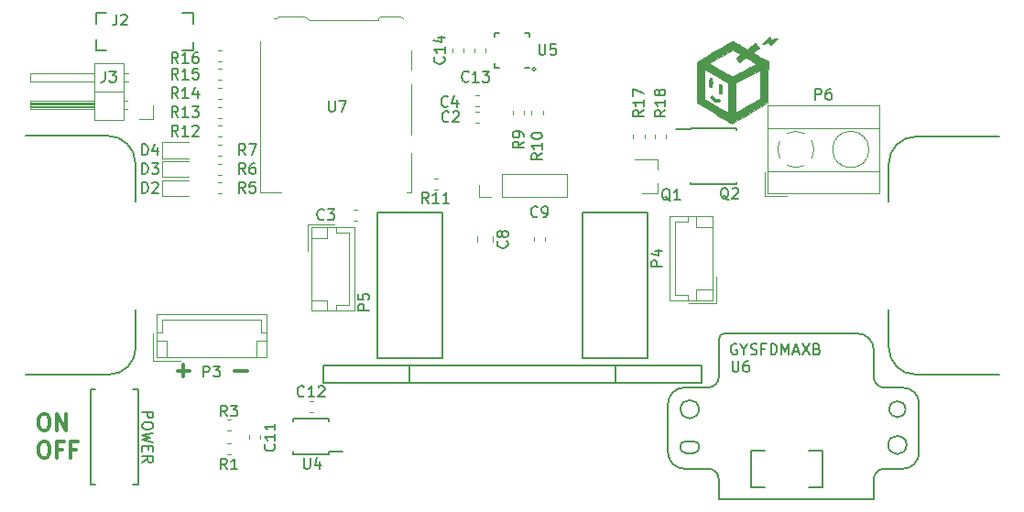
<source format=gto>
G04 #@! TF.GenerationSoftware,KiCad,Pcbnew,(5.0.0)*
G04 #@! TF.CreationDate,2019-01-28T15:32:59+09:00*
G04 #@! TF.ProjectId,EDAMAMEv3,4544414D414D4576332E6B696361645F,rev?*
G04 #@! TF.SameCoordinates,Original*
G04 #@! TF.FileFunction,Legend,Top*
G04 #@! TF.FilePolarity,Positive*
%FSLAX46Y46*%
G04 Gerber Fmt 4.6, Leading zero omitted, Abs format (unit mm)*
G04 Created by KiCad (PCBNEW (5.0.0)) date 01/28/19 15:32:59*
%MOMM*%
%LPD*%
G01*
G04 APERTURE LIST*
%ADD10C,0.200000*%
%ADD11C,0.300000*%
%ADD12C,0.150000*%
%ADD13C,0.120000*%
%ADD14C,0.010000*%
G04 APERTURE END LIST*
D10*
X66650000Y-23250000D02*
G75*
G03X66650000Y-23250000I-150000J0D01*
G01*
D11*
X21087857Y-55153571D02*
X21373571Y-55153571D01*
X21516428Y-55225000D01*
X21659285Y-55367857D01*
X21730714Y-55653571D01*
X21730714Y-56153571D01*
X21659285Y-56439285D01*
X21516428Y-56582142D01*
X21373571Y-56653571D01*
X21087857Y-56653571D01*
X20945000Y-56582142D01*
X20802142Y-56439285D01*
X20730714Y-56153571D01*
X20730714Y-55653571D01*
X20802142Y-55367857D01*
X20945000Y-55225000D01*
X21087857Y-55153571D01*
X22373571Y-56653571D02*
X22373571Y-55153571D01*
X23230714Y-56653571D01*
X23230714Y-55153571D01*
X21087857Y-57703571D02*
X21373571Y-57703571D01*
X21516428Y-57775000D01*
X21659285Y-57917857D01*
X21730714Y-58203571D01*
X21730714Y-58703571D01*
X21659285Y-58989285D01*
X21516428Y-59132142D01*
X21373571Y-59203571D01*
X21087857Y-59203571D01*
X20945000Y-59132142D01*
X20802142Y-58989285D01*
X20730714Y-58703571D01*
X20730714Y-58203571D01*
X20802142Y-57917857D01*
X20945000Y-57775000D01*
X21087857Y-57703571D01*
X22873571Y-58417857D02*
X22373571Y-58417857D01*
X22373571Y-59203571D02*
X22373571Y-57703571D01*
X23087857Y-57703571D01*
X24159285Y-58417857D02*
X23659285Y-58417857D01*
X23659285Y-59203571D02*
X23659285Y-57703571D01*
X24373571Y-57703571D01*
D10*
X71000000Y-50000000D02*
X71000000Y-36500000D01*
D11*
X39964285Y-51142857D02*
X38821428Y-51142857D01*
X34678571Y-51142857D02*
X33535714Y-51142857D01*
X34107142Y-50571428D02*
X34107142Y-51714285D01*
D10*
X29700000Y-49000000D02*
X29700000Y-45500000D01*
X29700000Y-49000000D02*
G75*
G02X27200000Y-51500000I-2500000J0D01*
G01*
X19500000Y-51500000D02*
X27200000Y-51500000D01*
X29660000Y-31970000D02*
X29660000Y-35500000D01*
X29660000Y-31970000D02*
G75*
G03X27120000Y-29430000I-2540000J0D01*
G01*
X19500000Y-29430000D02*
X27120000Y-29430000D01*
X77000000Y-50000000D02*
X71000000Y-50000000D01*
X77000000Y-36500000D02*
X77000000Y-50000000D01*
X71000000Y-36500000D02*
X77000000Y-36500000D01*
X58000000Y-50000000D02*
X52000000Y-50000000D01*
X58000000Y-36500000D02*
X58000000Y-50000000D01*
X52000000Y-36500000D02*
X58000000Y-36500000D01*
X52000000Y-50000000D02*
X52000000Y-36500000D01*
X109500000Y-29500000D02*
X101800000Y-29500000D01*
X99300000Y-32000000D02*
G75*
G02X101800000Y-29500000I2500000J0D01*
G01*
X99300000Y-32000000D02*
X99300000Y-35500000D01*
X109500000Y-51500000D02*
X101800000Y-51500000D01*
X99300000Y-49000000D02*
G75*
G03X101800000Y-51500000I2500000J0D01*
G01*
X99300000Y-49000000D02*
X99300000Y-45500000D01*
D12*
G04 #@! TO.C,Q2*
X81025000Y-28775000D02*
X79625000Y-28775000D01*
X81025000Y-33875000D02*
X85175000Y-33875000D01*
X81025000Y-28725000D02*
X85175000Y-28725000D01*
X81025000Y-33875000D02*
X81025000Y-33730000D01*
X85175000Y-33875000D02*
X85175000Y-33730000D01*
X85175000Y-28725000D02*
X85175000Y-28870000D01*
X81025000Y-28725000D02*
X81025000Y-28775000D01*
G04 #@! TO.C,J4*
X74000000Y-52290000D02*
X74000000Y-50690000D01*
X55000000Y-52290000D02*
X55000000Y-50690000D01*
X47000000Y-52290000D02*
X82000000Y-52290000D01*
X82000000Y-52290000D02*
X82000000Y-50690000D01*
X82000000Y-50690000D02*
X47000000Y-50690000D01*
X47000000Y-50690000D02*
X47000000Y-52290000D01*
D13*
G04 #@! TO.C,J5*
X69560000Y-35060000D02*
X69560000Y-32940000D01*
X63500000Y-35060000D02*
X69560000Y-35060000D01*
X63500000Y-32940000D02*
X69560000Y-32940000D01*
X63500000Y-35060000D02*
X63500000Y-32940000D01*
X62500000Y-35060000D02*
X61440000Y-35060000D01*
X61440000Y-35060000D02*
X61440000Y-34000000D01*
D14*
G04 #@! TO.C,G\002A\002A\002A*
G36*
X84915272Y-20714056D02*
X85017485Y-20766342D01*
X85164207Y-20846300D01*
X85344126Y-20947761D01*
X85545927Y-21064557D01*
X85549759Y-21066803D01*
X85751938Y-21182861D01*
X85932893Y-21282160D01*
X86081262Y-21358833D01*
X86185682Y-21407012D01*
X86234789Y-21420831D01*
X86235164Y-21420703D01*
X86284659Y-21391029D01*
X86382285Y-21324532D01*
X86513631Y-21231256D01*
X86655042Y-21128077D01*
X87025663Y-20854351D01*
X87188663Y-21070243D01*
X87267680Y-21178740D01*
X87321364Y-21259938D01*
X87338696Y-21297109D01*
X87338370Y-21297549D01*
X87302815Y-21323730D01*
X87218231Y-21384679D01*
X87099270Y-21469859D01*
X87022620Y-21524559D01*
X86874645Y-21634814D01*
X86788938Y-21711245D01*
X86760134Y-21759186D01*
X86768620Y-21777035D01*
X86816226Y-21807484D01*
X86920159Y-21870479D01*
X87069164Y-21959312D01*
X87251986Y-22067277D01*
X87457371Y-22187668D01*
X87477823Y-22199610D01*
X88138568Y-22585304D01*
X88112992Y-24150345D01*
X88107280Y-24508054D01*
X88102004Y-24854313D01*
X88097309Y-25178325D01*
X88093343Y-25469291D01*
X88090250Y-25716413D01*
X88088178Y-25908894D01*
X88087274Y-26035936D01*
X88087246Y-26050744D01*
X88087077Y-26386102D01*
X86452394Y-27330513D01*
X86125753Y-27518736D01*
X85819406Y-27694321D01*
X85540050Y-27853498D01*
X85294379Y-27992496D01*
X85089088Y-28107544D01*
X84930871Y-28194874D01*
X84826424Y-28250713D01*
X84782441Y-28271293D01*
X84781856Y-28271322D01*
X84741975Y-28251270D01*
X84641626Y-28195204D01*
X84487535Y-28107029D01*
X84286424Y-27990652D01*
X84045016Y-27849977D01*
X83770035Y-27688910D01*
X83468204Y-27511357D01*
X83150449Y-27323707D01*
X81554897Y-26379693D01*
X81559877Y-24601693D01*
X81561528Y-24231402D01*
X81562853Y-24061922D01*
X82231611Y-24061922D01*
X82233029Y-24381792D01*
X82234803Y-24641582D01*
X82245077Y-26018836D01*
X83358770Y-26671434D01*
X84472462Y-27324031D01*
X84482740Y-25954997D01*
X84484997Y-25571751D01*
X84485325Y-25260195D01*
X84483547Y-25013884D01*
X84479484Y-24826374D01*
X84472959Y-24691221D01*
X84463793Y-24601979D01*
X84451809Y-24552205D01*
X84443663Y-24539036D01*
X84429721Y-24529685D01*
X85156308Y-24529685D01*
X85156308Y-25916149D01*
X85157101Y-26235727D01*
X85159357Y-26528444D01*
X85162891Y-26785648D01*
X85167518Y-26998692D01*
X85173053Y-27158923D01*
X85179311Y-27257693D01*
X85185616Y-27286810D01*
X85225420Y-27264120D01*
X85324676Y-27207120D01*
X85475141Y-27120556D01*
X85668573Y-27009172D01*
X85896729Y-26877716D01*
X86151366Y-26730932D01*
X86312669Y-26637918D01*
X87410414Y-26004828D01*
X87437538Y-24692463D01*
X87443657Y-24380492D01*
X87448639Y-24094375D01*
X87452374Y-23843241D01*
X87454750Y-23636215D01*
X87455660Y-23482426D01*
X87454993Y-23391001D01*
X87453454Y-23368889D01*
X87417318Y-23383350D01*
X87319941Y-23429559D01*
X87169530Y-23503429D01*
X86974298Y-23600870D01*
X86742453Y-23717795D01*
X86482206Y-23850113D01*
X86299277Y-23943683D01*
X85156308Y-24529685D01*
X84429721Y-24529685D01*
X84399703Y-24509552D01*
X84298025Y-24447291D01*
X84148819Y-24358156D01*
X83962277Y-24248052D01*
X83748591Y-24122884D01*
X83517951Y-23988554D01*
X83280550Y-23850967D01*
X83046579Y-23716027D01*
X82826228Y-23589639D01*
X82629690Y-23477705D01*
X82467156Y-23386131D01*
X82348817Y-23320820D01*
X82284865Y-23287677D01*
X82280132Y-23285665D01*
X82265292Y-23289068D01*
X82253480Y-23316577D01*
X82244461Y-23375227D01*
X82237999Y-23472052D01*
X82233861Y-23614087D01*
X82231810Y-23808366D01*
X82231611Y-24061922D01*
X81562853Y-24061922D01*
X81564266Y-23881291D01*
X81567940Y-23559920D01*
X81572399Y-23275854D01*
X81577491Y-23037653D01*
X81583065Y-22853881D01*
X81588971Y-22733100D01*
X81589888Y-22724335D01*
X82694758Y-22724335D01*
X82727274Y-22749632D01*
X82817939Y-22807370D01*
X82956731Y-22891774D01*
X83133625Y-22997069D01*
X83338597Y-23117481D01*
X83561623Y-23247236D01*
X83792680Y-23380558D01*
X84021744Y-23511674D01*
X84238791Y-23634809D01*
X84433797Y-23744188D01*
X84596738Y-23834038D01*
X84717591Y-23898582D01*
X84786331Y-23932048D01*
X84797092Y-23935443D01*
X84843167Y-23918722D01*
X84950054Y-23870391D01*
X85109104Y-23794659D01*
X85311666Y-23695731D01*
X85549089Y-23577815D01*
X85812723Y-23445118D01*
X85978230Y-23361000D01*
X86250965Y-23221304D01*
X86499979Y-23092628D01*
X86717079Y-22979295D01*
X86894071Y-22885628D01*
X87022762Y-22815951D01*
X87094956Y-22774586D01*
X87107753Y-22765077D01*
X87075603Y-22739660D01*
X86987527Y-22682940D01*
X86855498Y-22602313D01*
X86691488Y-22505178D01*
X86616564Y-22461594D01*
X86125899Y-22177649D01*
X85924411Y-22323071D01*
X85793728Y-22417799D01*
X85668401Y-22509305D01*
X85600240Y-22559516D01*
X85477556Y-22650538D01*
X85333192Y-22453875D01*
X85259622Y-22345450D01*
X85212421Y-22259793D01*
X85201875Y-22219818D01*
X85238021Y-22178569D01*
X85319399Y-22107963D01*
X85416999Y-22031928D01*
X85619075Y-21881432D01*
X85273729Y-21679575D01*
X85125807Y-21593971D01*
X85002311Y-21524100D01*
X84919230Y-21478916D01*
X84893964Y-21466859D01*
X84853737Y-21483010D01*
X84756253Y-21532971D01*
X84611337Y-21611126D01*
X84428813Y-21711856D01*
X84218506Y-21829544D01*
X83990238Y-21958574D01*
X83753835Y-22093327D01*
X83519121Y-22228187D01*
X83295919Y-22357537D01*
X83094053Y-22475758D01*
X82923348Y-22577234D01*
X82793628Y-22656348D01*
X82714717Y-22707482D01*
X82694758Y-22724335D01*
X81589888Y-22724335D01*
X81593654Y-22688387D01*
X81602588Y-22655743D01*
X81618720Y-22623525D01*
X81647829Y-22587963D01*
X81695696Y-22545286D01*
X81768098Y-22491725D01*
X81870816Y-22423507D01*
X82009629Y-22336863D01*
X82190316Y-22228022D01*
X82418656Y-22093214D01*
X82700428Y-21928667D01*
X83041412Y-21730612D01*
X83223303Y-21625150D01*
X83546725Y-21438178D01*
X83850139Y-21263736D01*
X84126733Y-21105669D01*
X84369699Y-20967826D01*
X84572227Y-20854052D01*
X84727507Y-20768194D01*
X84828729Y-20714098D01*
X84868882Y-20695610D01*
X84915272Y-20714056D01*
X84915272Y-20714056D01*
G37*
X84915272Y-20714056D02*
X85017485Y-20766342D01*
X85164207Y-20846300D01*
X85344126Y-20947761D01*
X85545927Y-21064557D01*
X85549759Y-21066803D01*
X85751938Y-21182861D01*
X85932893Y-21282160D01*
X86081262Y-21358833D01*
X86185682Y-21407012D01*
X86234789Y-21420831D01*
X86235164Y-21420703D01*
X86284659Y-21391029D01*
X86382285Y-21324532D01*
X86513631Y-21231256D01*
X86655042Y-21128077D01*
X87025663Y-20854351D01*
X87188663Y-21070243D01*
X87267680Y-21178740D01*
X87321364Y-21259938D01*
X87338696Y-21297109D01*
X87338370Y-21297549D01*
X87302815Y-21323730D01*
X87218231Y-21384679D01*
X87099270Y-21469859D01*
X87022620Y-21524559D01*
X86874645Y-21634814D01*
X86788938Y-21711245D01*
X86760134Y-21759186D01*
X86768620Y-21777035D01*
X86816226Y-21807484D01*
X86920159Y-21870479D01*
X87069164Y-21959312D01*
X87251986Y-22067277D01*
X87457371Y-22187668D01*
X87477823Y-22199610D01*
X88138568Y-22585304D01*
X88112992Y-24150345D01*
X88107280Y-24508054D01*
X88102004Y-24854313D01*
X88097309Y-25178325D01*
X88093343Y-25469291D01*
X88090250Y-25716413D01*
X88088178Y-25908894D01*
X88087274Y-26035936D01*
X88087246Y-26050744D01*
X88087077Y-26386102D01*
X86452394Y-27330513D01*
X86125753Y-27518736D01*
X85819406Y-27694321D01*
X85540050Y-27853498D01*
X85294379Y-27992496D01*
X85089088Y-28107544D01*
X84930871Y-28194874D01*
X84826424Y-28250713D01*
X84782441Y-28271293D01*
X84781856Y-28271322D01*
X84741975Y-28251270D01*
X84641626Y-28195204D01*
X84487535Y-28107029D01*
X84286424Y-27990652D01*
X84045016Y-27849977D01*
X83770035Y-27688910D01*
X83468204Y-27511357D01*
X83150449Y-27323707D01*
X81554897Y-26379693D01*
X81559877Y-24601693D01*
X81561528Y-24231402D01*
X81562853Y-24061922D01*
X82231611Y-24061922D01*
X82233029Y-24381792D01*
X82234803Y-24641582D01*
X82245077Y-26018836D01*
X83358770Y-26671434D01*
X84472462Y-27324031D01*
X84482740Y-25954997D01*
X84484997Y-25571751D01*
X84485325Y-25260195D01*
X84483547Y-25013884D01*
X84479484Y-24826374D01*
X84472959Y-24691221D01*
X84463793Y-24601979D01*
X84451809Y-24552205D01*
X84443663Y-24539036D01*
X84429721Y-24529685D01*
X85156308Y-24529685D01*
X85156308Y-25916149D01*
X85157101Y-26235727D01*
X85159357Y-26528444D01*
X85162891Y-26785648D01*
X85167518Y-26998692D01*
X85173053Y-27158923D01*
X85179311Y-27257693D01*
X85185616Y-27286810D01*
X85225420Y-27264120D01*
X85324676Y-27207120D01*
X85475141Y-27120556D01*
X85668573Y-27009172D01*
X85896729Y-26877716D01*
X86151366Y-26730932D01*
X86312669Y-26637918D01*
X87410414Y-26004828D01*
X87437538Y-24692463D01*
X87443657Y-24380492D01*
X87448639Y-24094375D01*
X87452374Y-23843241D01*
X87454750Y-23636215D01*
X87455660Y-23482426D01*
X87454993Y-23391001D01*
X87453454Y-23368889D01*
X87417318Y-23383350D01*
X87319941Y-23429559D01*
X87169530Y-23503429D01*
X86974298Y-23600870D01*
X86742453Y-23717795D01*
X86482206Y-23850113D01*
X86299277Y-23943683D01*
X85156308Y-24529685D01*
X84429721Y-24529685D01*
X84399703Y-24509552D01*
X84298025Y-24447291D01*
X84148819Y-24358156D01*
X83962277Y-24248052D01*
X83748591Y-24122884D01*
X83517951Y-23988554D01*
X83280550Y-23850967D01*
X83046579Y-23716027D01*
X82826228Y-23589639D01*
X82629690Y-23477705D01*
X82467156Y-23386131D01*
X82348817Y-23320820D01*
X82284865Y-23287677D01*
X82280132Y-23285665D01*
X82265292Y-23289068D01*
X82253480Y-23316577D01*
X82244461Y-23375227D01*
X82237999Y-23472052D01*
X82233861Y-23614087D01*
X82231810Y-23808366D01*
X82231611Y-24061922D01*
X81562853Y-24061922D01*
X81564266Y-23881291D01*
X81567940Y-23559920D01*
X81572399Y-23275854D01*
X81577491Y-23037653D01*
X81583065Y-22853881D01*
X81588971Y-22733100D01*
X81589888Y-22724335D01*
X82694758Y-22724335D01*
X82727274Y-22749632D01*
X82817939Y-22807370D01*
X82956731Y-22891774D01*
X83133625Y-22997069D01*
X83338597Y-23117481D01*
X83561623Y-23247236D01*
X83792680Y-23380558D01*
X84021744Y-23511674D01*
X84238791Y-23634809D01*
X84433797Y-23744188D01*
X84596738Y-23834038D01*
X84717591Y-23898582D01*
X84786331Y-23932048D01*
X84797092Y-23935443D01*
X84843167Y-23918722D01*
X84950054Y-23870391D01*
X85109104Y-23794659D01*
X85311666Y-23695731D01*
X85549089Y-23577815D01*
X85812723Y-23445118D01*
X85978230Y-23361000D01*
X86250965Y-23221304D01*
X86499979Y-23092628D01*
X86717079Y-22979295D01*
X86894071Y-22885628D01*
X87022762Y-22815951D01*
X87094956Y-22774586D01*
X87107753Y-22765077D01*
X87075603Y-22739660D01*
X86987527Y-22682940D01*
X86855498Y-22602313D01*
X86691488Y-22505178D01*
X86616564Y-22461594D01*
X86125899Y-22177649D01*
X85924411Y-22323071D01*
X85793728Y-22417799D01*
X85668401Y-22509305D01*
X85600240Y-22559516D01*
X85477556Y-22650538D01*
X85333192Y-22453875D01*
X85259622Y-22345450D01*
X85212421Y-22259793D01*
X85201875Y-22219818D01*
X85238021Y-22178569D01*
X85319399Y-22107963D01*
X85416999Y-22031928D01*
X85619075Y-21881432D01*
X85273729Y-21679575D01*
X85125807Y-21593971D01*
X85002311Y-21524100D01*
X84919230Y-21478916D01*
X84893964Y-21466859D01*
X84853737Y-21483010D01*
X84756253Y-21532971D01*
X84611337Y-21611126D01*
X84428813Y-21711856D01*
X84218506Y-21829544D01*
X83990238Y-21958574D01*
X83753835Y-22093327D01*
X83519121Y-22228187D01*
X83295919Y-22357537D01*
X83094053Y-22475758D01*
X82923348Y-22577234D01*
X82793628Y-22656348D01*
X82714717Y-22707482D01*
X82694758Y-22724335D01*
X81589888Y-22724335D01*
X81593654Y-22688387D01*
X81602588Y-22655743D01*
X81618720Y-22623525D01*
X81647829Y-22587963D01*
X81695696Y-22545286D01*
X81768098Y-22491725D01*
X81870816Y-22423507D01*
X82009629Y-22336863D01*
X82190316Y-22228022D01*
X82418656Y-22093214D01*
X82700428Y-21928667D01*
X83041412Y-21730612D01*
X83223303Y-21625150D01*
X83546725Y-21438178D01*
X83850139Y-21263736D01*
X84126733Y-21105669D01*
X84369699Y-20967826D01*
X84572227Y-20854052D01*
X84727507Y-20768194D01*
X84828729Y-20714098D01*
X84868882Y-20695610D01*
X84915272Y-20714056D01*
G36*
X88325231Y-20334419D02*
X88374888Y-20410503D01*
X88380154Y-20420462D01*
X88427498Y-20499689D01*
X88462469Y-20537224D01*
X88464868Y-20537693D01*
X88511604Y-20527283D01*
X88612291Y-20499854D01*
X88746104Y-20461101D01*
X88760684Y-20456769D01*
X88895203Y-20419519D01*
X88997610Y-20396433D01*
X89047863Y-20391950D01*
X89049399Y-20392835D01*
X89028374Y-20422688D01*
X88962245Y-20492028D01*
X88864309Y-20588408D01*
X88747865Y-20699383D01*
X88626212Y-20812505D01*
X88512648Y-20915328D01*
X88420470Y-20995405D01*
X88362979Y-21040290D01*
X88351862Y-21045693D01*
X88323674Y-21014865D01*
X88276376Y-20938432D01*
X88263416Y-20914913D01*
X88192986Y-20784133D01*
X87898281Y-20875059D01*
X87758554Y-20916052D01*
X87650822Y-20943669D01*
X87593897Y-20953209D01*
X87589783Y-20952193D01*
X87610104Y-20921663D01*
X87675830Y-20852011D01*
X87773613Y-20755657D01*
X87890108Y-20645018D01*
X88011969Y-20532514D01*
X88125850Y-20430564D01*
X88218404Y-20351586D01*
X88276285Y-20308000D01*
X88287202Y-20303231D01*
X88325231Y-20334419D01*
X88325231Y-20334419D01*
G37*
X88325231Y-20334419D02*
X88374888Y-20410503D01*
X88380154Y-20420462D01*
X88427498Y-20499689D01*
X88462469Y-20537224D01*
X88464868Y-20537693D01*
X88511604Y-20527283D01*
X88612291Y-20499854D01*
X88746104Y-20461101D01*
X88760684Y-20456769D01*
X88895203Y-20419519D01*
X88997610Y-20396433D01*
X89047863Y-20391950D01*
X89049399Y-20392835D01*
X89028374Y-20422688D01*
X88962245Y-20492028D01*
X88864309Y-20588408D01*
X88747865Y-20699383D01*
X88626212Y-20812505D01*
X88512648Y-20915328D01*
X88420470Y-20995405D01*
X88362979Y-21040290D01*
X88351862Y-21045693D01*
X88323674Y-21014865D01*
X88276376Y-20938432D01*
X88263416Y-20914913D01*
X88192986Y-20784133D01*
X87898281Y-20875059D01*
X87758554Y-20916052D01*
X87650822Y-20943669D01*
X87593897Y-20953209D01*
X87589783Y-20952193D01*
X87610104Y-20921663D01*
X87675830Y-20852011D01*
X87773613Y-20755657D01*
X87890108Y-20645018D01*
X88011969Y-20532514D01*
X88125850Y-20430564D01*
X88218404Y-20351586D01*
X88276285Y-20308000D01*
X88287202Y-20303231D01*
X88325231Y-20334419D01*
G36*
X83102233Y-25871213D02*
X83202862Y-25968781D01*
X83274283Y-26021247D01*
X83341925Y-26039387D01*
X83431223Y-26033974D01*
X83473198Y-26028386D01*
X83586324Y-26015712D01*
X83644670Y-26023833D01*
X83670581Y-26060910D01*
X83680561Y-26104124D01*
X83687631Y-26176620D01*
X83664072Y-26220437D01*
X83594568Y-26246253D01*
X83463804Y-26264743D01*
X83447624Y-26266508D01*
X83301399Y-26269921D01*
X83190203Y-26237549D01*
X83143847Y-26210944D01*
X83043858Y-26134893D01*
X82931088Y-26033177D01*
X82891449Y-25993189D01*
X82756282Y-25851120D01*
X82837747Y-25769656D01*
X82919211Y-25688191D01*
X83102233Y-25871213D01*
X83102233Y-25871213D01*
G37*
X83102233Y-25871213D02*
X83202862Y-25968781D01*
X83274283Y-26021247D01*
X83341925Y-26039387D01*
X83431223Y-26033974D01*
X83473198Y-26028386D01*
X83586324Y-26015712D01*
X83644670Y-26023833D01*
X83670581Y-26060910D01*
X83680561Y-26104124D01*
X83687631Y-26176620D01*
X83664072Y-26220437D01*
X83594568Y-26246253D01*
X83463804Y-26264743D01*
X83447624Y-26266508D01*
X83301399Y-26269921D01*
X83190203Y-26237549D01*
X83143847Y-26210944D01*
X83043858Y-26134893D01*
X82931088Y-26033177D01*
X82891449Y-25993189D01*
X82756282Y-25851120D01*
X82837747Y-25769656D01*
X82919211Y-25688191D01*
X83102233Y-25871213D01*
G36*
X83804879Y-24677128D02*
X83834643Y-24740455D01*
X83855677Y-24859063D01*
X83867570Y-25010522D01*
X83869908Y-25172404D01*
X83862280Y-25322279D01*
X83844272Y-25437717D01*
X83819877Y-25492647D01*
X83735298Y-25537065D01*
X83653600Y-25503998D01*
X83635574Y-25484859D01*
X83611888Y-25411603D01*
X83600450Y-25267581D01*
X83601482Y-25068921D01*
X83610076Y-24887933D01*
X83624139Y-24770238D01*
X83646485Y-24701020D01*
X83677879Y-24666713D01*
X83754864Y-24648964D01*
X83804879Y-24677128D01*
X83804879Y-24677128D01*
G37*
X83804879Y-24677128D02*
X83834643Y-24740455D01*
X83855677Y-24859063D01*
X83867570Y-25010522D01*
X83869908Y-25172404D01*
X83862280Y-25322279D01*
X83844272Y-25437717D01*
X83819877Y-25492647D01*
X83735298Y-25537065D01*
X83653600Y-25503998D01*
X83635574Y-25484859D01*
X83611888Y-25411603D01*
X83600450Y-25267581D01*
X83601482Y-25068921D01*
X83610076Y-24887933D01*
X83624139Y-24770238D01*
X83646485Y-24701020D01*
X83677879Y-24666713D01*
X83754864Y-24648964D01*
X83804879Y-24677128D01*
G36*
X82904074Y-24066709D02*
X82936044Y-24116169D01*
X82958571Y-24222881D01*
X82971603Y-24366561D01*
X82975091Y-24526929D01*
X82968986Y-24683701D01*
X82953237Y-24816597D01*
X82927795Y-24905333D01*
X82906189Y-24929666D01*
X82816579Y-24950866D01*
X82760570Y-24918309D01*
X82733396Y-24874965D01*
X82714918Y-24799482D01*
X82703741Y-24668819D01*
X82701546Y-24505745D01*
X82702714Y-24459017D01*
X82716599Y-24260380D01*
X82745020Y-24131693D01*
X82791810Y-24065488D01*
X82860802Y-24054296D01*
X82904074Y-24066709D01*
X82904074Y-24066709D01*
G37*
X82904074Y-24066709D02*
X82936044Y-24116169D01*
X82958571Y-24222881D01*
X82971603Y-24366561D01*
X82975091Y-24526929D01*
X82968986Y-24683701D01*
X82953237Y-24816597D01*
X82927795Y-24905333D01*
X82906189Y-24929666D01*
X82816579Y-24950866D01*
X82760570Y-24918309D01*
X82733396Y-24874965D01*
X82714918Y-24799482D01*
X82703741Y-24668819D01*
X82701546Y-24505745D01*
X82702714Y-24459017D01*
X82716599Y-24260380D01*
X82745020Y-24131693D01*
X82791810Y-24065488D01*
X82860802Y-24054296D01*
X82904074Y-24066709D01*
D13*
G04 #@! TO.C,J3*
X28560000Y-27930000D02*
X28560000Y-22730000D01*
X28560000Y-22730000D02*
X25900000Y-22730000D01*
X25900000Y-22730000D02*
X25900000Y-27930000D01*
X25900000Y-27930000D02*
X28560000Y-27930000D01*
X25900000Y-26980000D02*
X19900000Y-26980000D01*
X19900000Y-26980000D02*
X19900000Y-26220000D01*
X19900000Y-26220000D02*
X25900000Y-26220000D01*
X25900000Y-26920000D02*
X19900000Y-26920000D01*
X25900000Y-26800000D02*
X19900000Y-26800000D01*
X25900000Y-26680000D02*
X19900000Y-26680000D01*
X25900000Y-26560000D02*
X19900000Y-26560000D01*
X25900000Y-26440000D02*
X19900000Y-26440000D01*
X25900000Y-26320000D02*
X19900000Y-26320000D01*
X28890000Y-26980000D02*
X28560000Y-26980000D01*
X28890000Y-26220000D02*
X28560000Y-26220000D01*
X28560000Y-25330000D02*
X25900000Y-25330000D01*
X25900000Y-24440000D02*
X19900000Y-24440000D01*
X19900000Y-24440000D02*
X19900000Y-23680000D01*
X19900000Y-23680000D02*
X25900000Y-23680000D01*
X28957071Y-24440000D02*
X28560000Y-24440000D01*
X28957071Y-23680000D02*
X28560000Y-23680000D01*
X31270000Y-26600000D02*
X31270000Y-27870000D01*
X31270000Y-27870000D02*
X30000000Y-27870000D01*
G04 #@! TO.C,P6*
X91496712Y-32175352D02*
G75*
G02X90708000Y-32372000I-788712J1483352D01*
G01*
X92191953Y-29902912D02*
G75*
G02X92192000Y-31481000I-1483953J-789088D01*
G01*
X89918912Y-29208047D02*
G75*
G02X91497000Y-29208000I789088J-1483953D01*
G01*
X89224047Y-31481088D02*
G75*
G02X89224000Y-29903000I1483953J789088D01*
G01*
X90737383Y-32372450D02*
G75*
G02X89919000Y-32176000I-29383J1680450D01*
G01*
X97468000Y-30692000D02*
G75*
G03X97468000Y-30692000I-1680000J0D01*
G01*
X88108000Y-32692000D02*
X98388000Y-32692000D01*
X88108000Y-28692000D02*
X98388000Y-28692000D01*
X88108000Y-26632000D02*
X98388000Y-26632000D01*
X88108000Y-34752000D02*
X98388000Y-34752000D01*
X88108000Y-26632000D02*
X88108000Y-34752000D01*
X98388000Y-26632000D02*
X98388000Y-34752000D01*
X97063000Y-29623000D02*
X96969000Y-29716000D01*
X94778000Y-31908000D02*
X94719000Y-31966000D01*
X96858000Y-29417000D02*
X96799000Y-29476000D01*
X94608000Y-31668000D02*
X94514000Y-31761000D01*
X87868000Y-32752000D02*
X87868000Y-34992000D01*
X87868000Y-34992000D02*
X89868000Y-34992000D01*
G04 #@! TO.C,P4*
X79004000Y-44610000D02*
X83024000Y-44610000D01*
X83024000Y-44610000D02*
X83024000Y-36890000D01*
X83024000Y-36890000D02*
X79004000Y-36890000D01*
X79004000Y-36890000D02*
X79004000Y-44610000D01*
X80714000Y-44610000D02*
X80714000Y-44110000D01*
X80714000Y-44110000D02*
X79504000Y-44110000D01*
X79504000Y-44110000D02*
X79504000Y-37390000D01*
X79504000Y-37390000D02*
X80714000Y-37390000D01*
X80714000Y-37390000D02*
X80714000Y-36890000D01*
X81524000Y-44610000D02*
X81524000Y-43610000D01*
X81524000Y-43610000D02*
X83024000Y-43610000D01*
X81524000Y-36890000D02*
X81524000Y-37890000D01*
X81524000Y-37890000D02*
X83024000Y-37890000D01*
X80824000Y-44910000D02*
X83324000Y-44910000D01*
X83324000Y-44910000D02*
X83324000Y-42410000D01*
G04 #@! TO.C,P5*
X45590000Y-37590000D02*
X45590000Y-40090000D01*
X48090000Y-37590000D02*
X45590000Y-37590000D01*
X47390000Y-44610000D02*
X45890000Y-44610000D01*
X47390000Y-45610000D02*
X47390000Y-44610000D01*
X47390000Y-38890000D02*
X45890000Y-38890000D01*
X47390000Y-37890000D02*
X47390000Y-38890000D01*
X48200000Y-45110000D02*
X48200000Y-45610000D01*
X49410000Y-45110000D02*
X48200000Y-45110000D01*
X49410000Y-38390000D02*
X49410000Y-45110000D01*
X48200000Y-38390000D02*
X49410000Y-38390000D01*
X48200000Y-37890000D02*
X48200000Y-38390000D01*
X49910000Y-45610000D02*
X49910000Y-37890000D01*
X45890000Y-45610000D02*
X49910000Y-45610000D01*
X45890000Y-37890000D02*
X45890000Y-45610000D01*
X49910000Y-37890000D02*
X45890000Y-37890000D01*
G04 #@! TO.C,C2*
X61421267Y-28210000D02*
X61078733Y-28210000D01*
X61421267Y-27190000D02*
X61078733Y-27190000D01*
G04 #@! TO.C,C3*
X49828733Y-37260000D02*
X50171267Y-37260000D01*
X49828733Y-36240000D02*
X50171267Y-36240000D01*
G04 #@! TO.C,C4*
X61421267Y-25690000D02*
X61078733Y-25690000D01*
X61421267Y-26710000D02*
X61078733Y-26710000D01*
G04 #@! TO.C,C8*
X62710000Y-38738748D02*
X62710000Y-39261252D01*
X61290000Y-38738748D02*
X61290000Y-39261252D01*
G04 #@! TO.C,C9*
X66490000Y-38828733D02*
X66490000Y-39171267D01*
X67510000Y-38828733D02*
X67510000Y-39171267D01*
G04 #@! TO.C,C11*
X41210000Y-57128733D02*
X41210000Y-57471267D01*
X40190000Y-57128733D02*
X40190000Y-57471267D01*
G04 #@! TO.C,C12*
X45728733Y-53990000D02*
X46071267Y-53990000D01*
X45728733Y-55010000D02*
X46071267Y-55010000D01*
G04 #@! TO.C,C13*
X62010000Y-21328733D02*
X62010000Y-21671267D01*
X60990000Y-21328733D02*
X60990000Y-21671267D01*
G04 #@! TO.C,C14*
X58990000Y-21328733D02*
X58990000Y-21671267D01*
X60010000Y-21328733D02*
X60010000Y-21671267D01*
G04 #@! TO.C,D2*
X34550000Y-33515000D02*
X32090000Y-33515000D01*
X32090000Y-33515000D02*
X32090000Y-34985000D01*
X32090000Y-34985000D02*
X34550000Y-34985000D01*
G04 #@! TO.C,D3*
X32090000Y-33235000D02*
X34550000Y-33235000D01*
X32090000Y-31765000D02*
X32090000Y-33235000D01*
X34550000Y-31765000D02*
X32090000Y-31765000D01*
G04 #@! TO.C,D4*
X34550000Y-30015000D02*
X32090000Y-30015000D01*
X32090000Y-30015000D02*
X32090000Y-31485000D01*
X32090000Y-31485000D02*
X34550000Y-31485000D01*
D12*
G04 #@! TO.C,J2*
X35000000Y-21550000D02*
X35000000Y-20750000D01*
X35000000Y-21550000D02*
X34000000Y-21550000D01*
X26000000Y-21550000D02*
X27000000Y-21550000D01*
X26000000Y-21550000D02*
X26000000Y-20550000D01*
X35000000Y-18050000D02*
X35000000Y-19050000D01*
X26000000Y-18050000D02*
X26000000Y-19050000D01*
X35000000Y-18050000D02*
X34000000Y-18050000D01*
X26000000Y-18050000D02*
X27000000Y-18050000D01*
D13*
G04 #@! TO.C,Q1*
X77960000Y-34780000D02*
X77960000Y-33850000D01*
X77960000Y-31620000D02*
X77960000Y-32550000D01*
X77960000Y-31620000D02*
X75800000Y-31620000D01*
X77960000Y-34780000D02*
X76500000Y-34780000D01*
G04 #@! TO.C,R1*
X38471267Y-57890000D02*
X38128733Y-57890000D01*
X38471267Y-58910000D02*
X38128733Y-58910000D01*
G04 #@! TO.C,R3*
X38471267Y-55690000D02*
X38128733Y-55690000D01*
X38471267Y-56710000D02*
X38128733Y-56710000D01*
G04 #@! TO.C,R5*
X37328733Y-33740000D02*
X37671267Y-33740000D01*
X37328733Y-34760000D02*
X37671267Y-34760000D01*
G04 #@! TO.C,R6*
X37328733Y-33010000D02*
X37671267Y-33010000D01*
X37328733Y-31990000D02*
X37671267Y-31990000D01*
G04 #@! TO.C,R7*
X37328733Y-30240000D02*
X37671267Y-30240000D01*
X37328733Y-31260000D02*
X37671267Y-31260000D01*
G04 #@! TO.C,R9*
X64590000Y-27078733D02*
X64590000Y-27421267D01*
X65610000Y-27078733D02*
X65610000Y-27421267D01*
G04 #@! TO.C,R10*
X67310000Y-27078733D02*
X67310000Y-27421267D01*
X66290000Y-27078733D02*
X66290000Y-27421267D01*
G04 #@! TO.C,R11*
X57278733Y-34410000D02*
X57621267Y-34410000D01*
X57278733Y-33390000D02*
X57621267Y-33390000D01*
G04 #@! TO.C,R12*
X37671267Y-29510000D02*
X37328733Y-29510000D01*
X37671267Y-28490000D02*
X37328733Y-28490000D01*
G04 #@! TO.C,R13*
X37671267Y-27760000D02*
X37328733Y-27760000D01*
X37671267Y-26740000D02*
X37328733Y-26740000D01*
G04 #@! TO.C,R14*
X37671267Y-24990000D02*
X37328733Y-24990000D01*
X37671267Y-26010000D02*
X37328733Y-26010000D01*
G04 #@! TO.C,R15*
X37671267Y-24260000D02*
X37328733Y-24260000D01*
X37671267Y-23240000D02*
X37328733Y-23240000D01*
G04 #@! TO.C,R16*
X37671267Y-21490000D02*
X37328733Y-21490000D01*
X37671267Y-22510000D02*
X37328733Y-22510000D01*
G04 #@! TO.C,R17*
X76710000Y-29671267D02*
X76710000Y-29328733D01*
X75690000Y-29671267D02*
X75690000Y-29328733D01*
G04 #@! TO.C,R18*
X77690000Y-29671267D02*
X77690000Y-29328733D01*
X78710000Y-29671267D02*
X78710000Y-29328733D01*
D12*
G04 #@! TO.C,U4*
X47575000Y-58875000D02*
X47575000Y-58650000D01*
X44225000Y-58875000D02*
X44225000Y-58575000D01*
X44225000Y-55525000D02*
X44225000Y-55825000D01*
X47575000Y-55525000D02*
X47575000Y-55825000D01*
X47575000Y-58875000D02*
X44225000Y-58875000D01*
X47575000Y-55525000D02*
X44225000Y-55525000D01*
X47575000Y-58650000D02*
X48800000Y-58650000D01*
G04 #@! TO.C,U5*
X66100000Y-19900000D02*
X66100000Y-20300000D01*
X66100000Y-19900000D02*
X65700000Y-19900000D01*
X62900000Y-19900000D02*
X62900000Y-20300000D01*
X62900000Y-19900000D02*
X63300000Y-19900000D01*
X62900000Y-23100000D02*
X62900000Y-22700000D01*
X62900000Y-23100000D02*
X63300000Y-23100000D01*
X66100000Y-23100000D02*
X65700000Y-23100000D01*
G04 #@! TO.C,U6*
X91900000Y-58500000D02*
X93150000Y-58500000D01*
X93150000Y-58500000D02*
X93150000Y-61900000D01*
X93150000Y-61900000D02*
X91900000Y-61900000D01*
X87800000Y-58500000D02*
X86550000Y-58500000D01*
X86550000Y-58500000D02*
X86550000Y-61900000D01*
X86550000Y-61900000D02*
X87800000Y-61900000D01*
X80400000Y-52700000D02*
X82600000Y-52700000D01*
X78900000Y-54200000D02*
X78900000Y-58700000D01*
X82600000Y-60200000D02*
X80400000Y-60200000D01*
X83600000Y-63000000D02*
X83600000Y-61200000D01*
X97900000Y-61200000D02*
X97900000Y-63000000D01*
X100600000Y-60200000D02*
X98900000Y-60200000D01*
X102100000Y-54200000D02*
X102100000Y-58700000D01*
X98900000Y-52700000D02*
X100600000Y-52700000D01*
X97900000Y-49200000D02*
X97900000Y-51700000D01*
X83600000Y-51700000D02*
X83600000Y-48200000D01*
X96400000Y-47700000D02*
X84100000Y-47700000D01*
X83600000Y-48200000D02*
G75*
G02X84100000Y-47700000I500000J0D01*
G01*
X96400000Y-47700000D02*
G75*
G02X97900000Y-49200000I0J-1500000D01*
G01*
X97900000Y-61200000D02*
G75*
G02X98900000Y-60200000I1000000J0D01*
G01*
X98900000Y-52700000D02*
G75*
G02X97900000Y-51700000I0J1000000D01*
G01*
X83600000Y-51700000D02*
G75*
G02X82600000Y-52700000I-1000000J0D01*
G01*
X82600000Y-60200000D02*
G75*
G02X83600000Y-61200000I0J-1000000D01*
G01*
X80400000Y-60200000D02*
G75*
G02X78900000Y-58700000I0J1500000D01*
G01*
X78900000Y-54200000D02*
G75*
G02X80400000Y-52700000I1500000J0D01*
G01*
X102100000Y-58700000D02*
G75*
G02X100600000Y-60200000I-1500000J0D01*
G01*
X100600000Y-52700000D02*
G75*
G02X102100000Y-54200000I0J-1500000D01*
G01*
X97900000Y-63000000D02*
X83600000Y-63000000D01*
X80000000Y-58200000D02*
G75*
G02X80550000Y-57650000I550000J0D01*
G01*
X80550000Y-58750000D02*
G75*
G02X80000000Y-58200000I0J550000D01*
G01*
X81250000Y-57650000D02*
G75*
G02X81800000Y-58200000I0J-550000D01*
G01*
X81800000Y-58200000D02*
G75*
G02X81250000Y-58750000I-550000J0D01*
G01*
X81250000Y-58750000D02*
X80550000Y-58750000D01*
X81250000Y-57650000D02*
X80550000Y-57650000D01*
X81750000Y-54700000D02*
G75*
G03X81750000Y-54700000I-850000J0D01*
G01*
X100950000Y-58000000D02*
G75*
G03X100950000Y-58000000I-850000J0D01*
G01*
X100850000Y-54700000D02*
G75*
G03X100850000Y-54700000I-750000J0D01*
G01*
D13*
G04 #@! TO.C,U7*
X45220000Y-18390000D02*
X45730000Y-18740000D01*
X42710000Y-18590000D02*
X42450000Y-18590000D01*
X42910000Y-18390000D02*
X42710000Y-18590000D01*
X52310000Y-18390000D02*
X52100000Y-18590000D01*
X52100000Y-18740000D02*
X52100000Y-18590000D01*
X52100000Y-18740000D02*
X45730000Y-18740000D01*
X55200000Y-23350000D02*
X55200000Y-21550000D01*
X55200000Y-29350000D02*
X55200000Y-24650000D01*
X54170000Y-18390000D02*
X54370000Y-18590000D01*
X54170000Y-18390000D02*
X52310000Y-18390000D01*
X42910000Y-18390000D02*
X45220000Y-18390000D01*
X55200000Y-34660000D02*
X55200000Y-31050000D01*
X54750000Y-34660000D02*
X55200000Y-34660000D01*
X41230000Y-34660000D02*
X41230000Y-20650000D01*
X43150000Y-34660000D02*
X41230000Y-34660000D01*
G04 #@! TO.C,P3*
X31590000Y-45890000D02*
X31590000Y-49910000D01*
X31590000Y-49910000D02*
X41810000Y-49910000D01*
X41810000Y-49910000D02*
X41810000Y-45890000D01*
X41810000Y-45890000D02*
X31590000Y-45890000D01*
X31590000Y-47600000D02*
X32090000Y-47600000D01*
X32090000Y-47600000D02*
X32090000Y-46390000D01*
X32090000Y-46390000D02*
X41310000Y-46390000D01*
X41310000Y-46390000D02*
X41310000Y-47600000D01*
X41310000Y-47600000D02*
X41810000Y-47600000D01*
X31590000Y-48410000D02*
X32590000Y-48410000D01*
X32590000Y-48410000D02*
X32590000Y-49910000D01*
X41810000Y-48410000D02*
X40810000Y-48410000D01*
X40810000Y-48410000D02*
X40810000Y-49910000D01*
X31290000Y-47710000D02*
X31290000Y-50210000D01*
X31290000Y-50210000D02*
X33790000Y-50210000D01*
D12*
G04 #@! TO.C,SW1*
X29450000Y-52900000D02*
X29900000Y-52900000D01*
X29900000Y-52900000D02*
X29900000Y-61700000D01*
X29900000Y-61700000D02*
X29450000Y-61700000D01*
X25950000Y-61700000D02*
X25500000Y-61700000D01*
X25500000Y-61700000D02*
X25500000Y-52900000D01*
X25500000Y-52900000D02*
X25950000Y-52900000D01*
G04 #@! TO.C,Q2*
X84504761Y-35347619D02*
X84409523Y-35300000D01*
X84314285Y-35204761D01*
X84171428Y-35061904D01*
X84076190Y-35014285D01*
X83980952Y-35014285D01*
X84028571Y-35252380D02*
X83933333Y-35204761D01*
X83838095Y-35109523D01*
X83790476Y-34919047D01*
X83790476Y-34585714D01*
X83838095Y-34395238D01*
X83933333Y-34300000D01*
X84028571Y-34252380D01*
X84219047Y-34252380D01*
X84314285Y-34300000D01*
X84409523Y-34395238D01*
X84457142Y-34585714D01*
X84457142Y-34919047D01*
X84409523Y-35109523D01*
X84314285Y-35204761D01*
X84219047Y-35252380D01*
X84028571Y-35252380D01*
X84838095Y-34347619D02*
X84885714Y-34300000D01*
X84980952Y-34252380D01*
X85219047Y-34252380D01*
X85314285Y-34300000D01*
X85361904Y-34347619D01*
X85409523Y-34442857D01*
X85409523Y-34538095D01*
X85361904Y-34680952D01*
X84790476Y-35252380D01*
X85409523Y-35252380D01*
G04 #@! TO.C,J3*
X26866666Y-23452380D02*
X26866666Y-24166666D01*
X26819047Y-24309523D01*
X26723809Y-24404761D01*
X26580952Y-24452380D01*
X26485714Y-24452380D01*
X27247619Y-23452380D02*
X27866666Y-23452380D01*
X27533333Y-23833333D01*
X27676190Y-23833333D01*
X27771428Y-23880952D01*
X27819047Y-23928571D01*
X27866666Y-24023809D01*
X27866666Y-24261904D01*
X27819047Y-24357142D01*
X27771428Y-24404761D01*
X27676190Y-24452380D01*
X27390476Y-24452380D01*
X27295238Y-24404761D01*
X27247619Y-24357142D01*
G04 #@! TO.C,P6*
X92509904Y-26084380D02*
X92509904Y-25084380D01*
X92890857Y-25084380D01*
X92986095Y-25132000D01*
X93033714Y-25179619D01*
X93081333Y-25274857D01*
X93081333Y-25417714D01*
X93033714Y-25512952D01*
X92986095Y-25560571D01*
X92890857Y-25608190D01*
X92509904Y-25608190D01*
X93938476Y-25084380D02*
X93748000Y-25084380D01*
X93652761Y-25132000D01*
X93605142Y-25179619D01*
X93509904Y-25322476D01*
X93462285Y-25512952D01*
X93462285Y-25893904D01*
X93509904Y-25989142D01*
X93557523Y-26036761D01*
X93652761Y-26084380D01*
X93843238Y-26084380D01*
X93938476Y-26036761D01*
X93986095Y-25989142D01*
X94033714Y-25893904D01*
X94033714Y-25655809D01*
X93986095Y-25560571D01*
X93938476Y-25512952D01*
X93843238Y-25465333D01*
X93652761Y-25465333D01*
X93557523Y-25512952D01*
X93509904Y-25560571D01*
X93462285Y-25655809D01*
G04 #@! TO.C,P4*
X78366380Y-41488095D02*
X77366380Y-41488095D01*
X77366380Y-41107142D01*
X77414000Y-41011904D01*
X77461619Y-40964285D01*
X77556857Y-40916666D01*
X77699714Y-40916666D01*
X77794952Y-40964285D01*
X77842571Y-41011904D01*
X77890190Y-41107142D01*
X77890190Y-41488095D01*
X77699714Y-40059523D02*
X78366380Y-40059523D01*
X77318761Y-40297619D02*
X78033047Y-40535714D01*
X78033047Y-39916666D01*
G04 #@! TO.C,P5*
X51250380Y-45538095D02*
X50250380Y-45538095D01*
X50250380Y-45157142D01*
X50298000Y-45061904D01*
X50345619Y-45014285D01*
X50440857Y-44966666D01*
X50583714Y-44966666D01*
X50678952Y-45014285D01*
X50726571Y-45061904D01*
X50774190Y-45157142D01*
X50774190Y-45538095D01*
X50250380Y-44061904D02*
X50250380Y-44538095D01*
X50726571Y-44585714D01*
X50678952Y-44538095D01*
X50631333Y-44442857D01*
X50631333Y-44204761D01*
X50678952Y-44109523D01*
X50726571Y-44061904D01*
X50821809Y-44014285D01*
X51059904Y-44014285D01*
X51155142Y-44061904D01*
X51202761Y-44109523D01*
X51250380Y-44204761D01*
X51250380Y-44442857D01*
X51202761Y-44538095D01*
X51155142Y-44585714D01*
G04 #@! TO.C,C2*
X58633333Y-28057142D02*
X58585714Y-28104761D01*
X58442857Y-28152380D01*
X58347619Y-28152380D01*
X58204761Y-28104761D01*
X58109523Y-28009523D01*
X58061904Y-27914285D01*
X58014285Y-27723809D01*
X58014285Y-27580952D01*
X58061904Y-27390476D01*
X58109523Y-27295238D01*
X58204761Y-27200000D01*
X58347619Y-27152380D01*
X58442857Y-27152380D01*
X58585714Y-27200000D01*
X58633333Y-27247619D01*
X59014285Y-27247619D02*
X59061904Y-27200000D01*
X59157142Y-27152380D01*
X59395238Y-27152380D01*
X59490476Y-27200000D01*
X59538095Y-27247619D01*
X59585714Y-27342857D01*
X59585714Y-27438095D01*
X59538095Y-27580952D01*
X58966666Y-28152380D01*
X59585714Y-28152380D01*
G04 #@! TO.C,C3*
X47083333Y-37107142D02*
X47035714Y-37154761D01*
X46892857Y-37202380D01*
X46797619Y-37202380D01*
X46654761Y-37154761D01*
X46559523Y-37059523D01*
X46511904Y-36964285D01*
X46464285Y-36773809D01*
X46464285Y-36630952D01*
X46511904Y-36440476D01*
X46559523Y-36345238D01*
X46654761Y-36250000D01*
X46797619Y-36202380D01*
X46892857Y-36202380D01*
X47035714Y-36250000D01*
X47083333Y-36297619D01*
X47416666Y-36202380D02*
X48035714Y-36202380D01*
X47702380Y-36583333D01*
X47845238Y-36583333D01*
X47940476Y-36630952D01*
X47988095Y-36678571D01*
X48035714Y-36773809D01*
X48035714Y-37011904D01*
X47988095Y-37107142D01*
X47940476Y-37154761D01*
X47845238Y-37202380D01*
X47559523Y-37202380D01*
X47464285Y-37154761D01*
X47416666Y-37107142D01*
G04 #@! TO.C,C4*
X58533333Y-26657142D02*
X58485714Y-26704761D01*
X58342857Y-26752380D01*
X58247619Y-26752380D01*
X58104761Y-26704761D01*
X58009523Y-26609523D01*
X57961904Y-26514285D01*
X57914285Y-26323809D01*
X57914285Y-26180952D01*
X57961904Y-25990476D01*
X58009523Y-25895238D01*
X58104761Y-25800000D01*
X58247619Y-25752380D01*
X58342857Y-25752380D01*
X58485714Y-25800000D01*
X58533333Y-25847619D01*
X59390476Y-26085714D02*
X59390476Y-26752380D01*
X59152380Y-25704761D02*
X58914285Y-26419047D01*
X59533333Y-26419047D01*
G04 #@! TO.C,C8*
X64007142Y-39166666D02*
X64054761Y-39214285D01*
X64102380Y-39357142D01*
X64102380Y-39452380D01*
X64054761Y-39595238D01*
X63959523Y-39690476D01*
X63864285Y-39738095D01*
X63673809Y-39785714D01*
X63530952Y-39785714D01*
X63340476Y-39738095D01*
X63245238Y-39690476D01*
X63150000Y-39595238D01*
X63102380Y-39452380D01*
X63102380Y-39357142D01*
X63150000Y-39214285D01*
X63197619Y-39166666D01*
X63530952Y-38595238D02*
X63483333Y-38690476D01*
X63435714Y-38738095D01*
X63340476Y-38785714D01*
X63292857Y-38785714D01*
X63197619Y-38738095D01*
X63150000Y-38690476D01*
X63102380Y-38595238D01*
X63102380Y-38404761D01*
X63150000Y-38309523D01*
X63197619Y-38261904D01*
X63292857Y-38214285D01*
X63340476Y-38214285D01*
X63435714Y-38261904D01*
X63483333Y-38309523D01*
X63530952Y-38404761D01*
X63530952Y-38595238D01*
X63578571Y-38690476D01*
X63626190Y-38738095D01*
X63721428Y-38785714D01*
X63911904Y-38785714D01*
X64007142Y-38738095D01*
X64054761Y-38690476D01*
X64102380Y-38595238D01*
X64102380Y-38404761D01*
X64054761Y-38309523D01*
X64007142Y-38261904D01*
X63911904Y-38214285D01*
X63721428Y-38214285D01*
X63626190Y-38261904D01*
X63578571Y-38309523D01*
X63530952Y-38404761D01*
G04 #@! TO.C,C9*
X66833333Y-36857142D02*
X66785714Y-36904761D01*
X66642857Y-36952380D01*
X66547619Y-36952380D01*
X66404761Y-36904761D01*
X66309523Y-36809523D01*
X66261904Y-36714285D01*
X66214285Y-36523809D01*
X66214285Y-36380952D01*
X66261904Y-36190476D01*
X66309523Y-36095238D01*
X66404761Y-36000000D01*
X66547619Y-35952380D01*
X66642857Y-35952380D01*
X66785714Y-36000000D01*
X66833333Y-36047619D01*
X67309523Y-36952380D02*
X67500000Y-36952380D01*
X67595238Y-36904761D01*
X67642857Y-36857142D01*
X67738095Y-36714285D01*
X67785714Y-36523809D01*
X67785714Y-36142857D01*
X67738095Y-36047619D01*
X67690476Y-36000000D01*
X67595238Y-35952380D01*
X67404761Y-35952380D01*
X67309523Y-36000000D01*
X67261904Y-36047619D01*
X67214285Y-36142857D01*
X67214285Y-36380952D01*
X67261904Y-36476190D01*
X67309523Y-36523809D01*
X67404761Y-36571428D01*
X67595238Y-36571428D01*
X67690476Y-36523809D01*
X67738095Y-36476190D01*
X67785714Y-36380952D01*
G04 #@! TO.C,C11*
X42487142Y-57942857D02*
X42534761Y-57990476D01*
X42582380Y-58133333D01*
X42582380Y-58228571D01*
X42534761Y-58371428D01*
X42439523Y-58466666D01*
X42344285Y-58514285D01*
X42153809Y-58561904D01*
X42010952Y-58561904D01*
X41820476Y-58514285D01*
X41725238Y-58466666D01*
X41630000Y-58371428D01*
X41582380Y-58228571D01*
X41582380Y-58133333D01*
X41630000Y-57990476D01*
X41677619Y-57942857D01*
X42582380Y-56990476D02*
X42582380Y-57561904D01*
X42582380Y-57276190D02*
X41582380Y-57276190D01*
X41725238Y-57371428D01*
X41820476Y-57466666D01*
X41868095Y-57561904D01*
X42582380Y-56038095D02*
X42582380Y-56609523D01*
X42582380Y-56323809D02*
X41582380Y-56323809D01*
X41725238Y-56419047D01*
X41820476Y-56514285D01*
X41868095Y-56609523D01*
G04 #@! TO.C,C12*
X45257142Y-53457142D02*
X45209523Y-53504761D01*
X45066666Y-53552380D01*
X44971428Y-53552380D01*
X44828571Y-53504761D01*
X44733333Y-53409523D01*
X44685714Y-53314285D01*
X44638095Y-53123809D01*
X44638095Y-52980952D01*
X44685714Y-52790476D01*
X44733333Y-52695238D01*
X44828571Y-52600000D01*
X44971428Y-52552380D01*
X45066666Y-52552380D01*
X45209523Y-52600000D01*
X45257142Y-52647619D01*
X46209523Y-53552380D02*
X45638095Y-53552380D01*
X45923809Y-53552380D02*
X45923809Y-52552380D01*
X45828571Y-52695238D01*
X45733333Y-52790476D01*
X45638095Y-52838095D01*
X46590476Y-52647619D02*
X46638095Y-52600000D01*
X46733333Y-52552380D01*
X46971428Y-52552380D01*
X47066666Y-52600000D01*
X47114285Y-52647619D01*
X47161904Y-52742857D01*
X47161904Y-52838095D01*
X47114285Y-52980952D01*
X46542857Y-53552380D01*
X47161904Y-53552380D01*
G04 #@! TO.C,C13*
X60457142Y-24357142D02*
X60409523Y-24404761D01*
X60266666Y-24452380D01*
X60171428Y-24452380D01*
X60028571Y-24404761D01*
X59933333Y-24309523D01*
X59885714Y-24214285D01*
X59838095Y-24023809D01*
X59838095Y-23880952D01*
X59885714Y-23690476D01*
X59933333Y-23595238D01*
X60028571Y-23500000D01*
X60171428Y-23452380D01*
X60266666Y-23452380D01*
X60409523Y-23500000D01*
X60457142Y-23547619D01*
X61409523Y-24452380D02*
X60838095Y-24452380D01*
X61123809Y-24452380D02*
X61123809Y-23452380D01*
X61028571Y-23595238D01*
X60933333Y-23690476D01*
X60838095Y-23738095D01*
X61742857Y-23452380D02*
X62361904Y-23452380D01*
X62028571Y-23833333D01*
X62171428Y-23833333D01*
X62266666Y-23880952D01*
X62314285Y-23928571D01*
X62361904Y-24023809D01*
X62361904Y-24261904D01*
X62314285Y-24357142D01*
X62266666Y-24404761D01*
X62171428Y-24452380D01*
X61885714Y-24452380D01*
X61790476Y-24404761D01*
X61742857Y-24357142D01*
G04 #@! TO.C,C14*
X58157142Y-22142857D02*
X58204761Y-22190476D01*
X58252380Y-22333333D01*
X58252380Y-22428571D01*
X58204761Y-22571428D01*
X58109523Y-22666666D01*
X58014285Y-22714285D01*
X57823809Y-22761904D01*
X57680952Y-22761904D01*
X57490476Y-22714285D01*
X57395238Y-22666666D01*
X57300000Y-22571428D01*
X57252380Y-22428571D01*
X57252380Y-22333333D01*
X57300000Y-22190476D01*
X57347619Y-22142857D01*
X58252380Y-21190476D02*
X58252380Y-21761904D01*
X58252380Y-21476190D02*
X57252380Y-21476190D01*
X57395238Y-21571428D01*
X57490476Y-21666666D01*
X57538095Y-21761904D01*
X57585714Y-20333333D02*
X58252380Y-20333333D01*
X57204761Y-20571428D02*
X57919047Y-20809523D01*
X57919047Y-20190476D01*
G04 #@! TO.C,D2*
X30261904Y-34702380D02*
X30261904Y-33702380D01*
X30500000Y-33702380D01*
X30642857Y-33750000D01*
X30738095Y-33845238D01*
X30785714Y-33940476D01*
X30833333Y-34130952D01*
X30833333Y-34273809D01*
X30785714Y-34464285D01*
X30738095Y-34559523D01*
X30642857Y-34654761D01*
X30500000Y-34702380D01*
X30261904Y-34702380D01*
X31214285Y-33797619D02*
X31261904Y-33750000D01*
X31357142Y-33702380D01*
X31595238Y-33702380D01*
X31690476Y-33750000D01*
X31738095Y-33797619D01*
X31785714Y-33892857D01*
X31785714Y-33988095D01*
X31738095Y-34130952D01*
X31166666Y-34702380D01*
X31785714Y-34702380D01*
G04 #@! TO.C,D3*
X30261904Y-32952380D02*
X30261904Y-31952380D01*
X30500000Y-31952380D01*
X30642857Y-32000000D01*
X30738095Y-32095238D01*
X30785714Y-32190476D01*
X30833333Y-32380952D01*
X30833333Y-32523809D01*
X30785714Y-32714285D01*
X30738095Y-32809523D01*
X30642857Y-32904761D01*
X30500000Y-32952380D01*
X30261904Y-32952380D01*
X31166666Y-31952380D02*
X31785714Y-31952380D01*
X31452380Y-32333333D01*
X31595238Y-32333333D01*
X31690476Y-32380952D01*
X31738095Y-32428571D01*
X31785714Y-32523809D01*
X31785714Y-32761904D01*
X31738095Y-32857142D01*
X31690476Y-32904761D01*
X31595238Y-32952380D01*
X31309523Y-32952380D01*
X31214285Y-32904761D01*
X31166666Y-32857142D01*
G04 #@! TO.C,D4*
X30261904Y-31202380D02*
X30261904Y-30202380D01*
X30500000Y-30202380D01*
X30642857Y-30250000D01*
X30738095Y-30345238D01*
X30785714Y-30440476D01*
X30833333Y-30630952D01*
X30833333Y-30773809D01*
X30785714Y-30964285D01*
X30738095Y-31059523D01*
X30642857Y-31154761D01*
X30500000Y-31202380D01*
X30261904Y-31202380D01*
X31690476Y-30535714D02*
X31690476Y-31202380D01*
X31452380Y-30154761D02*
X31214285Y-30869047D01*
X31833333Y-30869047D01*
G04 #@! TO.C,J2*
X27916666Y-18202380D02*
X27916666Y-18916666D01*
X27869047Y-19059523D01*
X27773809Y-19154761D01*
X27630952Y-19202380D01*
X27535714Y-19202380D01*
X28345238Y-18297619D02*
X28392857Y-18250000D01*
X28488095Y-18202380D01*
X28726190Y-18202380D01*
X28821428Y-18250000D01*
X28869047Y-18297619D01*
X28916666Y-18392857D01*
X28916666Y-18488095D01*
X28869047Y-18630952D01*
X28297619Y-19202380D01*
X28916666Y-19202380D01*
G04 #@! TO.C,Q1*
X79104761Y-35447619D02*
X79009523Y-35400000D01*
X78914285Y-35304761D01*
X78771428Y-35161904D01*
X78676190Y-35114285D01*
X78580952Y-35114285D01*
X78628571Y-35352380D02*
X78533333Y-35304761D01*
X78438095Y-35209523D01*
X78390476Y-35019047D01*
X78390476Y-34685714D01*
X78438095Y-34495238D01*
X78533333Y-34400000D01*
X78628571Y-34352380D01*
X78819047Y-34352380D01*
X78914285Y-34400000D01*
X79009523Y-34495238D01*
X79057142Y-34685714D01*
X79057142Y-35019047D01*
X79009523Y-35209523D01*
X78914285Y-35304761D01*
X78819047Y-35352380D01*
X78628571Y-35352380D01*
X80009523Y-35352380D02*
X79438095Y-35352380D01*
X79723809Y-35352380D02*
X79723809Y-34352380D01*
X79628571Y-34495238D01*
X79533333Y-34590476D01*
X79438095Y-34638095D01*
G04 #@! TO.C,R1*
X38133333Y-60252380D02*
X37800000Y-59776190D01*
X37561904Y-60252380D02*
X37561904Y-59252380D01*
X37942857Y-59252380D01*
X38038095Y-59300000D01*
X38085714Y-59347619D01*
X38133333Y-59442857D01*
X38133333Y-59585714D01*
X38085714Y-59680952D01*
X38038095Y-59728571D01*
X37942857Y-59776190D01*
X37561904Y-59776190D01*
X39085714Y-60252380D02*
X38514285Y-60252380D01*
X38800000Y-60252380D02*
X38800000Y-59252380D01*
X38704761Y-59395238D01*
X38609523Y-59490476D01*
X38514285Y-59538095D01*
G04 #@! TO.C,R3*
X38133333Y-55352380D02*
X37800000Y-54876190D01*
X37561904Y-55352380D02*
X37561904Y-54352380D01*
X37942857Y-54352380D01*
X38038095Y-54400000D01*
X38085714Y-54447619D01*
X38133333Y-54542857D01*
X38133333Y-54685714D01*
X38085714Y-54780952D01*
X38038095Y-54828571D01*
X37942857Y-54876190D01*
X37561904Y-54876190D01*
X38466666Y-54352380D02*
X39085714Y-54352380D01*
X38752380Y-54733333D01*
X38895238Y-54733333D01*
X38990476Y-54780952D01*
X39038095Y-54828571D01*
X39085714Y-54923809D01*
X39085714Y-55161904D01*
X39038095Y-55257142D01*
X38990476Y-55304761D01*
X38895238Y-55352380D01*
X38609523Y-55352380D01*
X38514285Y-55304761D01*
X38466666Y-55257142D01*
G04 #@! TO.C,R5*
X39833333Y-34702380D02*
X39500000Y-34226190D01*
X39261904Y-34702380D02*
X39261904Y-33702380D01*
X39642857Y-33702380D01*
X39738095Y-33750000D01*
X39785714Y-33797619D01*
X39833333Y-33892857D01*
X39833333Y-34035714D01*
X39785714Y-34130952D01*
X39738095Y-34178571D01*
X39642857Y-34226190D01*
X39261904Y-34226190D01*
X40738095Y-33702380D02*
X40261904Y-33702380D01*
X40214285Y-34178571D01*
X40261904Y-34130952D01*
X40357142Y-34083333D01*
X40595238Y-34083333D01*
X40690476Y-34130952D01*
X40738095Y-34178571D01*
X40785714Y-34273809D01*
X40785714Y-34511904D01*
X40738095Y-34607142D01*
X40690476Y-34654761D01*
X40595238Y-34702380D01*
X40357142Y-34702380D01*
X40261904Y-34654761D01*
X40214285Y-34607142D01*
G04 #@! TO.C,R6*
X39833333Y-32952380D02*
X39500000Y-32476190D01*
X39261904Y-32952380D02*
X39261904Y-31952380D01*
X39642857Y-31952380D01*
X39738095Y-32000000D01*
X39785714Y-32047619D01*
X39833333Y-32142857D01*
X39833333Y-32285714D01*
X39785714Y-32380952D01*
X39738095Y-32428571D01*
X39642857Y-32476190D01*
X39261904Y-32476190D01*
X40690476Y-31952380D02*
X40500000Y-31952380D01*
X40404761Y-32000000D01*
X40357142Y-32047619D01*
X40261904Y-32190476D01*
X40214285Y-32380952D01*
X40214285Y-32761904D01*
X40261904Y-32857142D01*
X40309523Y-32904761D01*
X40404761Y-32952380D01*
X40595238Y-32952380D01*
X40690476Y-32904761D01*
X40738095Y-32857142D01*
X40785714Y-32761904D01*
X40785714Y-32523809D01*
X40738095Y-32428571D01*
X40690476Y-32380952D01*
X40595238Y-32333333D01*
X40404761Y-32333333D01*
X40309523Y-32380952D01*
X40261904Y-32428571D01*
X40214285Y-32523809D01*
G04 #@! TO.C,R7*
X39833333Y-31202380D02*
X39500000Y-30726190D01*
X39261904Y-31202380D02*
X39261904Y-30202380D01*
X39642857Y-30202380D01*
X39738095Y-30250000D01*
X39785714Y-30297619D01*
X39833333Y-30392857D01*
X39833333Y-30535714D01*
X39785714Y-30630952D01*
X39738095Y-30678571D01*
X39642857Y-30726190D01*
X39261904Y-30726190D01*
X40166666Y-30202380D02*
X40833333Y-30202380D01*
X40404761Y-31202380D01*
G04 #@! TO.C,R9*
X65552380Y-29966666D02*
X65076190Y-30300000D01*
X65552380Y-30538095D02*
X64552380Y-30538095D01*
X64552380Y-30157142D01*
X64600000Y-30061904D01*
X64647619Y-30014285D01*
X64742857Y-29966666D01*
X64885714Y-29966666D01*
X64980952Y-30014285D01*
X65028571Y-30061904D01*
X65076190Y-30157142D01*
X65076190Y-30538095D01*
X65552380Y-29490476D02*
X65552380Y-29300000D01*
X65504761Y-29204761D01*
X65457142Y-29157142D01*
X65314285Y-29061904D01*
X65123809Y-29014285D01*
X64742857Y-29014285D01*
X64647619Y-29061904D01*
X64600000Y-29109523D01*
X64552380Y-29204761D01*
X64552380Y-29395238D01*
X64600000Y-29490476D01*
X64647619Y-29538095D01*
X64742857Y-29585714D01*
X64980952Y-29585714D01*
X65076190Y-29538095D01*
X65123809Y-29490476D01*
X65171428Y-29395238D01*
X65171428Y-29204761D01*
X65123809Y-29109523D01*
X65076190Y-29061904D01*
X64980952Y-29014285D01*
G04 #@! TO.C,R10*
X67252380Y-31042857D02*
X66776190Y-31376190D01*
X67252380Y-31614285D02*
X66252380Y-31614285D01*
X66252380Y-31233333D01*
X66300000Y-31138095D01*
X66347619Y-31090476D01*
X66442857Y-31042857D01*
X66585714Y-31042857D01*
X66680952Y-31090476D01*
X66728571Y-31138095D01*
X66776190Y-31233333D01*
X66776190Y-31614285D01*
X67252380Y-30090476D02*
X67252380Y-30661904D01*
X67252380Y-30376190D02*
X66252380Y-30376190D01*
X66395238Y-30471428D01*
X66490476Y-30566666D01*
X66538095Y-30661904D01*
X66252380Y-29471428D02*
X66252380Y-29376190D01*
X66300000Y-29280952D01*
X66347619Y-29233333D01*
X66442857Y-29185714D01*
X66633333Y-29138095D01*
X66871428Y-29138095D01*
X67061904Y-29185714D01*
X67157142Y-29233333D01*
X67204761Y-29280952D01*
X67252380Y-29376190D01*
X67252380Y-29471428D01*
X67204761Y-29566666D01*
X67157142Y-29614285D01*
X67061904Y-29661904D01*
X66871428Y-29709523D01*
X66633333Y-29709523D01*
X66442857Y-29661904D01*
X66347619Y-29614285D01*
X66300000Y-29566666D01*
X66252380Y-29471428D01*
G04 #@! TO.C,R11*
X56757142Y-35652380D02*
X56423809Y-35176190D01*
X56185714Y-35652380D02*
X56185714Y-34652380D01*
X56566666Y-34652380D01*
X56661904Y-34700000D01*
X56709523Y-34747619D01*
X56757142Y-34842857D01*
X56757142Y-34985714D01*
X56709523Y-35080952D01*
X56661904Y-35128571D01*
X56566666Y-35176190D01*
X56185714Y-35176190D01*
X57709523Y-35652380D02*
X57138095Y-35652380D01*
X57423809Y-35652380D02*
X57423809Y-34652380D01*
X57328571Y-34795238D01*
X57233333Y-34890476D01*
X57138095Y-34938095D01*
X58661904Y-35652380D02*
X58090476Y-35652380D01*
X58376190Y-35652380D02*
X58376190Y-34652380D01*
X58280952Y-34795238D01*
X58185714Y-34890476D01*
X58090476Y-34938095D01*
G04 #@! TO.C,R12*
X33607142Y-29452380D02*
X33273809Y-28976190D01*
X33035714Y-29452380D02*
X33035714Y-28452380D01*
X33416666Y-28452380D01*
X33511904Y-28500000D01*
X33559523Y-28547619D01*
X33607142Y-28642857D01*
X33607142Y-28785714D01*
X33559523Y-28880952D01*
X33511904Y-28928571D01*
X33416666Y-28976190D01*
X33035714Y-28976190D01*
X34559523Y-29452380D02*
X33988095Y-29452380D01*
X34273809Y-29452380D02*
X34273809Y-28452380D01*
X34178571Y-28595238D01*
X34083333Y-28690476D01*
X33988095Y-28738095D01*
X34940476Y-28547619D02*
X34988095Y-28500000D01*
X35083333Y-28452380D01*
X35321428Y-28452380D01*
X35416666Y-28500000D01*
X35464285Y-28547619D01*
X35511904Y-28642857D01*
X35511904Y-28738095D01*
X35464285Y-28880952D01*
X34892857Y-29452380D01*
X35511904Y-29452380D01*
G04 #@! TO.C,R13*
X33607142Y-27702380D02*
X33273809Y-27226190D01*
X33035714Y-27702380D02*
X33035714Y-26702380D01*
X33416666Y-26702380D01*
X33511904Y-26750000D01*
X33559523Y-26797619D01*
X33607142Y-26892857D01*
X33607142Y-27035714D01*
X33559523Y-27130952D01*
X33511904Y-27178571D01*
X33416666Y-27226190D01*
X33035714Y-27226190D01*
X34559523Y-27702380D02*
X33988095Y-27702380D01*
X34273809Y-27702380D02*
X34273809Y-26702380D01*
X34178571Y-26845238D01*
X34083333Y-26940476D01*
X33988095Y-26988095D01*
X34892857Y-26702380D02*
X35511904Y-26702380D01*
X35178571Y-27083333D01*
X35321428Y-27083333D01*
X35416666Y-27130952D01*
X35464285Y-27178571D01*
X35511904Y-27273809D01*
X35511904Y-27511904D01*
X35464285Y-27607142D01*
X35416666Y-27654761D01*
X35321428Y-27702380D01*
X35035714Y-27702380D01*
X34940476Y-27654761D01*
X34892857Y-27607142D01*
G04 #@! TO.C,R14*
X33607142Y-25952380D02*
X33273809Y-25476190D01*
X33035714Y-25952380D02*
X33035714Y-24952380D01*
X33416666Y-24952380D01*
X33511904Y-25000000D01*
X33559523Y-25047619D01*
X33607142Y-25142857D01*
X33607142Y-25285714D01*
X33559523Y-25380952D01*
X33511904Y-25428571D01*
X33416666Y-25476190D01*
X33035714Y-25476190D01*
X34559523Y-25952380D02*
X33988095Y-25952380D01*
X34273809Y-25952380D02*
X34273809Y-24952380D01*
X34178571Y-25095238D01*
X34083333Y-25190476D01*
X33988095Y-25238095D01*
X35416666Y-25285714D02*
X35416666Y-25952380D01*
X35178571Y-24904761D02*
X34940476Y-25619047D01*
X35559523Y-25619047D01*
G04 #@! TO.C,R15*
X33607142Y-24202380D02*
X33273809Y-23726190D01*
X33035714Y-24202380D02*
X33035714Y-23202380D01*
X33416666Y-23202380D01*
X33511904Y-23250000D01*
X33559523Y-23297619D01*
X33607142Y-23392857D01*
X33607142Y-23535714D01*
X33559523Y-23630952D01*
X33511904Y-23678571D01*
X33416666Y-23726190D01*
X33035714Y-23726190D01*
X34559523Y-24202380D02*
X33988095Y-24202380D01*
X34273809Y-24202380D02*
X34273809Y-23202380D01*
X34178571Y-23345238D01*
X34083333Y-23440476D01*
X33988095Y-23488095D01*
X35464285Y-23202380D02*
X34988095Y-23202380D01*
X34940476Y-23678571D01*
X34988095Y-23630952D01*
X35083333Y-23583333D01*
X35321428Y-23583333D01*
X35416666Y-23630952D01*
X35464285Y-23678571D01*
X35511904Y-23773809D01*
X35511904Y-24011904D01*
X35464285Y-24107142D01*
X35416666Y-24154761D01*
X35321428Y-24202380D01*
X35083333Y-24202380D01*
X34988095Y-24154761D01*
X34940476Y-24107142D01*
G04 #@! TO.C,R16*
X33607142Y-22702380D02*
X33273809Y-22226190D01*
X33035714Y-22702380D02*
X33035714Y-21702380D01*
X33416666Y-21702380D01*
X33511904Y-21750000D01*
X33559523Y-21797619D01*
X33607142Y-21892857D01*
X33607142Y-22035714D01*
X33559523Y-22130952D01*
X33511904Y-22178571D01*
X33416666Y-22226190D01*
X33035714Y-22226190D01*
X34559523Y-22702380D02*
X33988095Y-22702380D01*
X34273809Y-22702380D02*
X34273809Y-21702380D01*
X34178571Y-21845238D01*
X34083333Y-21940476D01*
X33988095Y-21988095D01*
X35416666Y-21702380D02*
X35226190Y-21702380D01*
X35130952Y-21750000D01*
X35083333Y-21797619D01*
X34988095Y-21940476D01*
X34940476Y-22130952D01*
X34940476Y-22511904D01*
X34988095Y-22607142D01*
X35035714Y-22654761D01*
X35130952Y-22702380D01*
X35321428Y-22702380D01*
X35416666Y-22654761D01*
X35464285Y-22607142D01*
X35511904Y-22511904D01*
X35511904Y-22273809D01*
X35464285Y-22178571D01*
X35416666Y-22130952D01*
X35321428Y-22083333D01*
X35130952Y-22083333D01*
X35035714Y-22130952D01*
X34988095Y-22178571D01*
X34940476Y-22273809D01*
G04 #@! TO.C,R17*
X76652380Y-27042857D02*
X76176190Y-27376190D01*
X76652380Y-27614285D02*
X75652380Y-27614285D01*
X75652380Y-27233333D01*
X75700000Y-27138095D01*
X75747619Y-27090476D01*
X75842857Y-27042857D01*
X75985714Y-27042857D01*
X76080952Y-27090476D01*
X76128571Y-27138095D01*
X76176190Y-27233333D01*
X76176190Y-27614285D01*
X76652380Y-26090476D02*
X76652380Y-26661904D01*
X76652380Y-26376190D02*
X75652380Y-26376190D01*
X75795238Y-26471428D01*
X75890476Y-26566666D01*
X75938095Y-26661904D01*
X75652380Y-25757142D02*
X75652380Y-25090476D01*
X76652380Y-25519047D01*
G04 #@! TO.C,R18*
X78652380Y-27042857D02*
X78176190Y-27376190D01*
X78652380Y-27614285D02*
X77652380Y-27614285D01*
X77652380Y-27233333D01*
X77700000Y-27138095D01*
X77747619Y-27090476D01*
X77842857Y-27042857D01*
X77985714Y-27042857D01*
X78080952Y-27090476D01*
X78128571Y-27138095D01*
X78176190Y-27233333D01*
X78176190Y-27614285D01*
X78652380Y-26090476D02*
X78652380Y-26661904D01*
X78652380Y-26376190D02*
X77652380Y-26376190D01*
X77795238Y-26471428D01*
X77890476Y-26566666D01*
X77938095Y-26661904D01*
X78080952Y-25519047D02*
X78033333Y-25614285D01*
X77985714Y-25661904D01*
X77890476Y-25709523D01*
X77842857Y-25709523D01*
X77747619Y-25661904D01*
X77700000Y-25614285D01*
X77652380Y-25519047D01*
X77652380Y-25328571D01*
X77700000Y-25233333D01*
X77747619Y-25185714D01*
X77842857Y-25138095D01*
X77890476Y-25138095D01*
X77985714Y-25185714D01*
X78033333Y-25233333D01*
X78080952Y-25328571D01*
X78080952Y-25519047D01*
X78128571Y-25614285D01*
X78176190Y-25661904D01*
X78271428Y-25709523D01*
X78461904Y-25709523D01*
X78557142Y-25661904D01*
X78604761Y-25614285D01*
X78652380Y-25519047D01*
X78652380Y-25328571D01*
X78604761Y-25233333D01*
X78557142Y-25185714D01*
X78461904Y-25138095D01*
X78271428Y-25138095D01*
X78176190Y-25185714D01*
X78128571Y-25233333D01*
X78080952Y-25328571D01*
G04 #@! TO.C,U4*
X45238095Y-59202380D02*
X45238095Y-60011904D01*
X45285714Y-60107142D01*
X45333333Y-60154761D01*
X45428571Y-60202380D01*
X45619047Y-60202380D01*
X45714285Y-60154761D01*
X45761904Y-60107142D01*
X45809523Y-60011904D01*
X45809523Y-59202380D01*
X46714285Y-59535714D02*
X46714285Y-60202380D01*
X46476190Y-59154761D02*
X46238095Y-59869047D01*
X46857142Y-59869047D01*
G04 #@! TO.C,U5*
X66988095Y-20952380D02*
X66988095Y-21761904D01*
X67035714Y-21857142D01*
X67083333Y-21904761D01*
X67178571Y-21952380D01*
X67369047Y-21952380D01*
X67464285Y-21904761D01*
X67511904Y-21857142D01*
X67559523Y-21761904D01*
X67559523Y-20952380D01*
X68511904Y-20952380D02*
X68035714Y-20952380D01*
X67988095Y-21428571D01*
X68035714Y-21380952D01*
X68130952Y-21333333D01*
X68369047Y-21333333D01*
X68464285Y-21380952D01*
X68511904Y-21428571D01*
X68559523Y-21523809D01*
X68559523Y-21761904D01*
X68511904Y-21857142D01*
X68464285Y-21904761D01*
X68369047Y-21952380D01*
X68130952Y-21952380D01*
X68035714Y-21904761D01*
X67988095Y-21857142D01*
G04 #@! TO.C,U6*
X84838095Y-50252380D02*
X84838095Y-51061904D01*
X84885714Y-51157142D01*
X84933333Y-51204761D01*
X85028571Y-51252380D01*
X85219047Y-51252380D01*
X85314285Y-51204761D01*
X85361904Y-51157142D01*
X85409523Y-51061904D01*
X85409523Y-50252380D01*
X86314285Y-50252380D02*
X86123809Y-50252380D01*
X86028571Y-50300000D01*
X85980952Y-50347619D01*
X85885714Y-50490476D01*
X85838095Y-50680952D01*
X85838095Y-51061904D01*
X85885714Y-51157142D01*
X85933333Y-51204761D01*
X86028571Y-51252380D01*
X86219047Y-51252380D01*
X86314285Y-51204761D01*
X86361904Y-51157142D01*
X86409523Y-51061904D01*
X86409523Y-50823809D01*
X86361904Y-50728571D01*
X86314285Y-50680952D01*
X86219047Y-50633333D01*
X86028571Y-50633333D01*
X85933333Y-50680952D01*
X85885714Y-50728571D01*
X85838095Y-50823809D01*
X85252380Y-48700000D02*
X85157142Y-48652380D01*
X85014285Y-48652380D01*
X84871428Y-48700000D01*
X84776190Y-48795238D01*
X84728571Y-48890476D01*
X84680952Y-49080952D01*
X84680952Y-49223809D01*
X84728571Y-49414285D01*
X84776190Y-49509523D01*
X84871428Y-49604761D01*
X85014285Y-49652380D01*
X85109523Y-49652380D01*
X85252380Y-49604761D01*
X85300000Y-49557142D01*
X85300000Y-49223809D01*
X85109523Y-49223809D01*
X85919047Y-49176190D02*
X85919047Y-49652380D01*
X85585714Y-48652380D02*
X85919047Y-49176190D01*
X86252380Y-48652380D01*
X86538095Y-49604761D02*
X86680952Y-49652380D01*
X86919047Y-49652380D01*
X87014285Y-49604761D01*
X87061904Y-49557142D01*
X87109523Y-49461904D01*
X87109523Y-49366666D01*
X87061904Y-49271428D01*
X87014285Y-49223809D01*
X86919047Y-49176190D01*
X86728571Y-49128571D01*
X86633333Y-49080952D01*
X86585714Y-49033333D01*
X86538095Y-48938095D01*
X86538095Y-48842857D01*
X86585714Y-48747619D01*
X86633333Y-48700000D01*
X86728571Y-48652380D01*
X86966666Y-48652380D01*
X87109523Y-48700000D01*
X87871428Y-49128571D02*
X87538095Y-49128571D01*
X87538095Y-49652380D02*
X87538095Y-48652380D01*
X88014285Y-48652380D01*
X88395238Y-49652380D02*
X88395238Y-48652380D01*
X88633333Y-48652380D01*
X88776190Y-48700000D01*
X88871428Y-48795238D01*
X88919047Y-48890476D01*
X88966666Y-49080952D01*
X88966666Y-49223809D01*
X88919047Y-49414285D01*
X88871428Y-49509523D01*
X88776190Y-49604761D01*
X88633333Y-49652380D01*
X88395238Y-49652380D01*
X89395238Y-49652380D02*
X89395238Y-48652380D01*
X89728571Y-49366666D01*
X90061904Y-48652380D01*
X90061904Y-49652380D01*
X90490476Y-49366666D02*
X90966666Y-49366666D01*
X90395238Y-49652380D02*
X90728571Y-48652380D01*
X91061904Y-49652380D01*
X91300000Y-48652380D02*
X91966666Y-49652380D01*
X91966666Y-48652380D02*
X91300000Y-49652380D01*
X92680952Y-49128571D02*
X92823809Y-49176190D01*
X92871428Y-49223809D01*
X92919047Y-49319047D01*
X92919047Y-49461904D01*
X92871428Y-49557142D01*
X92823809Y-49604761D01*
X92728571Y-49652380D01*
X92347619Y-49652380D01*
X92347619Y-48652380D01*
X92680952Y-48652380D01*
X92776190Y-48700000D01*
X92823809Y-48747619D01*
X92871428Y-48842857D01*
X92871428Y-48938095D01*
X92823809Y-49033333D01*
X92776190Y-49080952D01*
X92680952Y-49128571D01*
X92347619Y-49128571D01*
G04 #@! TO.C,U7*
X47538095Y-26202380D02*
X47538095Y-27011904D01*
X47585714Y-27107142D01*
X47633333Y-27154761D01*
X47728571Y-27202380D01*
X47919047Y-27202380D01*
X48014285Y-27154761D01*
X48061904Y-27107142D01*
X48109523Y-27011904D01*
X48109523Y-26202380D01*
X48490476Y-26202380D02*
X49157142Y-26202380D01*
X48728571Y-27202380D01*
G04 #@! TO.C,P3*
X35961904Y-51702380D02*
X35961904Y-50702380D01*
X36342857Y-50702380D01*
X36438095Y-50750000D01*
X36485714Y-50797619D01*
X36533333Y-50892857D01*
X36533333Y-51035714D01*
X36485714Y-51130952D01*
X36438095Y-51178571D01*
X36342857Y-51226190D01*
X35961904Y-51226190D01*
X36866666Y-50702380D02*
X37485714Y-50702380D01*
X37152380Y-51083333D01*
X37295238Y-51083333D01*
X37390476Y-51130952D01*
X37438095Y-51178571D01*
X37485714Y-51273809D01*
X37485714Y-51511904D01*
X37438095Y-51607142D01*
X37390476Y-51654761D01*
X37295238Y-51702380D01*
X37009523Y-51702380D01*
X36914285Y-51654761D01*
X36866666Y-51607142D01*
G04 #@! TO.C,SW1*
X30297619Y-54940476D02*
X31297619Y-54940476D01*
X31297619Y-55321428D01*
X31250000Y-55416666D01*
X31202380Y-55464285D01*
X31107142Y-55511904D01*
X30964285Y-55511904D01*
X30869047Y-55464285D01*
X30821428Y-55416666D01*
X30773809Y-55321428D01*
X30773809Y-54940476D01*
X31297619Y-56130952D02*
X31297619Y-56321428D01*
X31250000Y-56416666D01*
X31154761Y-56511904D01*
X30964285Y-56559523D01*
X30630952Y-56559523D01*
X30440476Y-56511904D01*
X30345238Y-56416666D01*
X30297619Y-56321428D01*
X30297619Y-56130952D01*
X30345238Y-56035714D01*
X30440476Y-55940476D01*
X30630952Y-55892857D01*
X30964285Y-55892857D01*
X31154761Y-55940476D01*
X31250000Y-56035714D01*
X31297619Y-56130952D01*
X31297619Y-56892857D02*
X30297619Y-57130952D01*
X31011904Y-57321428D01*
X30297619Y-57511904D01*
X31297619Y-57750000D01*
X30821428Y-58130952D02*
X30821428Y-58464285D01*
X30297619Y-58607142D02*
X30297619Y-58130952D01*
X31297619Y-58130952D01*
X31297619Y-58607142D01*
X30297619Y-59607142D02*
X30773809Y-59273809D01*
X30297619Y-59035714D02*
X31297619Y-59035714D01*
X31297619Y-59416666D01*
X31250000Y-59511904D01*
X31202380Y-59559523D01*
X31107142Y-59607142D01*
X30964285Y-59607142D01*
X30869047Y-59559523D01*
X30821428Y-59511904D01*
X30773809Y-59416666D01*
X30773809Y-59035714D01*
G04 #@! TD*
M02*

</source>
